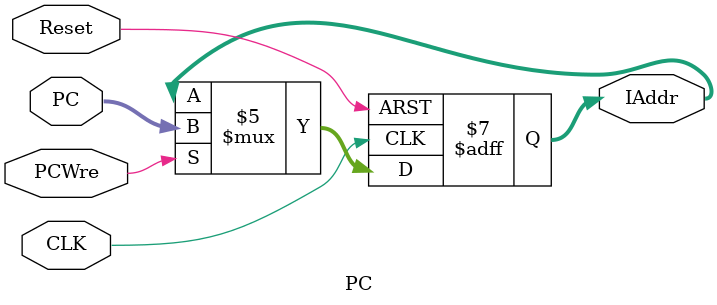
<source format=v>
`timescale 1ns / 1ps
module PC(
	input CLK,
	input Reset,
	input [31:0] PC,
	input PCWre,
	output reg [31:0] IAddr
);
	initial IAddr<=0;
	always @(posedge CLK or negedge Reset)begin
		if(Reset==0) IAddr<=0;
		else if(PCWre) IAddr<=PC;
		else IAddr<=IAddr;
	end
endmodule
</source>
